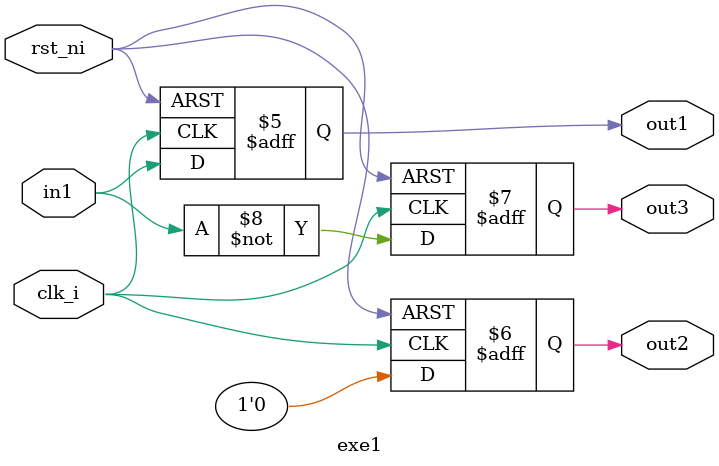
<source format=sv>
/*
1) Crie um módulo com uma entrada in1 e três saídas out1, out2, out3. Crie 3
constantes:
● ENABLED (logic) com valor 1
● BUS_S (logic de 8 bits), com o valor hexadecimal AF
● INDEX (int) com valor 4
As três saídas devem ter o comportamento abaixo:
● out1 recebe in1 & ENABLED
● out2 recebe o 6º bit mais significativo de BUS_S
● out3 recebe o bit da posição INDEX de BUS_S
Faça um testbench para testar o módulo criado e simule usando o Modelsim.
*/

module exe1(
    input logic clk_i,
    input logic rst_ni,
    input logic in1,
    output logic out1,
    output logic out2,
    output logic out3
);

    localparam logic ENABLED = 1'b1;         
    localparam logic [7:0] BUS_S = 8'hAF;    
    localparam int INDEX = 4;                

    always_ff @(posedge clk_i or negedge rst_ni) begin
        if (!rst_ni) begin
            out1 <= 1'b0;
            out2 <= 1'b0;
            out3 <= 1'b0;
        end else begin
            out1 <= in1 & ENABLED;
            out2 <= BUS_S[INDEX];
            out3 <= in1 ^ ENABLED;
        end
    end
endmodule
</source>
